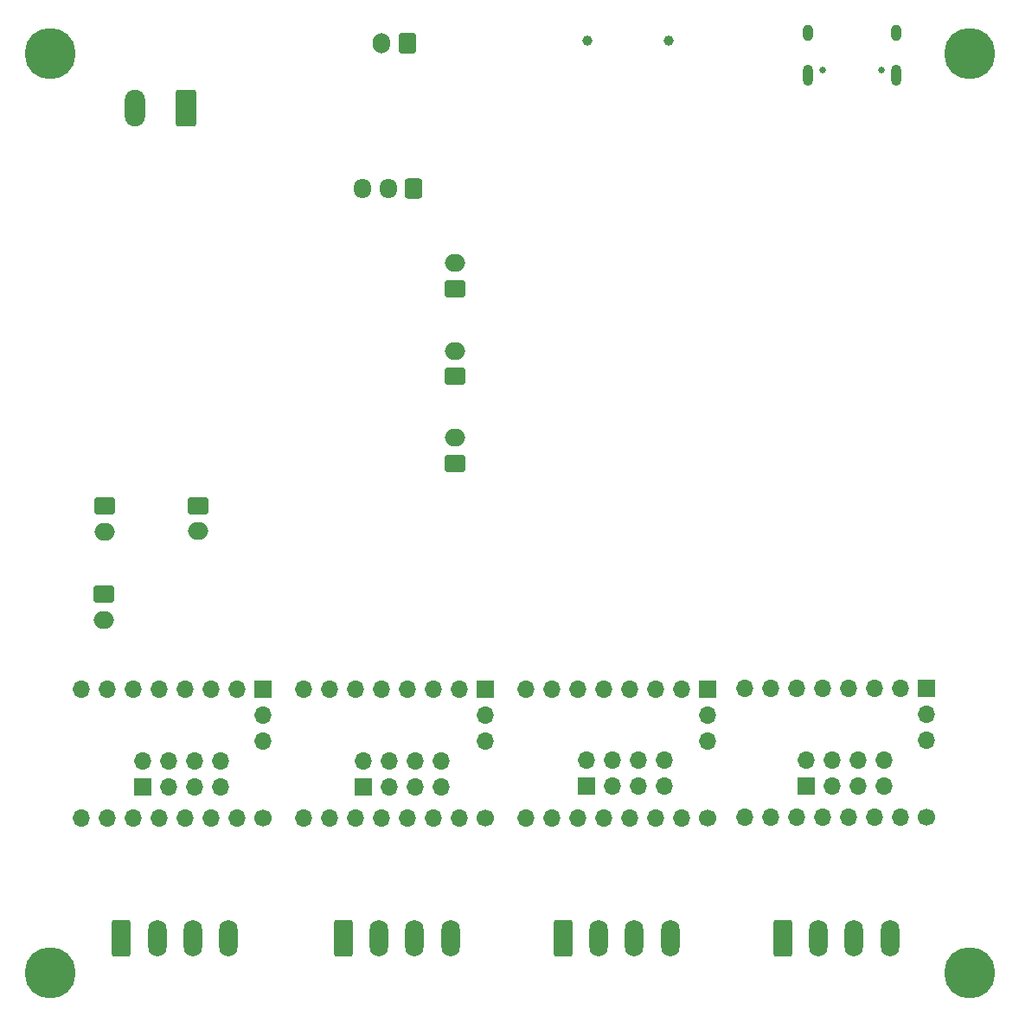
<source format=gbr>
%TF.GenerationSoftware,KiCad,Pcbnew,7.0.8*%
%TF.CreationDate,2023-11-01T12:09:58-04:00*%
%TF.ProjectId,ESP32_CNC,45535033-325f-4434-9e43-2e6b69636164,rev?*%
%TF.SameCoordinates,Original*%
%TF.FileFunction,Soldermask,Bot*%
%TF.FilePolarity,Negative*%
%FSLAX46Y46*%
G04 Gerber Fmt 4.6, Leading zero omitted, Abs format (unit mm)*
G04 Created by KiCad (PCBNEW 7.0.8) date 2023-11-01 12:09:58*
%MOMM*%
%LPD*%
G01*
G04 APERTURE LIST*
G04 Aperture macros list*
%AMRoundRect*
0 Rectangle with rounded corners*
0 $1 Rounding radius*
0 $2 $3 $4 $5 $6 $7 $8 $9 X,Y pos of 4 corners*
0 Add a 4 corners polygon primitive as box body*
4,1,4,$2,$3,$4,$5,$6,$7,$8,$9,$2,$3,0*
0 Add four circle primitives for the rounded corners*
1,1,$1+$1,$2,$3*
1,1,$1+$1,$4,$5*
1,1,$1+$1,$6,$7*
1,1,$1+$1,$8,$9*
0 Add four rect primitives between the rounded corners*
20,1,$1+$1,$2,$3,$4,$5,0*
20,1,$1+$1,$4,$5,$6,$7,0*
20,1,$1+$1,$6,$7,$8,$9,0*
20,1,$1+$1,$8,$9,$2,$3,0*%
G04 Aperture macros list end*
%ADD10RoundRect,0.250000X-0.750000X0.600000X-0.750000X-0.600000X0.750000X-0.600000X0.750000X0.600000X0*%
%ADD11O,2.000000X1.700000*%
%ADD12C,0.650000*%
%ADD13O,1.000000X2.100000*%
%ADD14O,1.000000X1.600000*%
%ADD15RoundRect,0.250000X0.750000X-0.600000X0.750000X0.600000X-0.750000X0.600000X-0.750000X-0.600000X0*%
%ADD16C,0.800000*%
%ADD17C,5.000000*%
%ADD18R,1.700000X1.700000*%
%ADD19O,1.700000X1.700000*%
%ADD20RoundRect,0.250000X-0.650000X-1.550000X0.650000X-1.550000X0.650000X1.550000X-0.650000X1.550000X0*%
%ADD21O,1.800000X3.600000*%
%ADD22RoundRect,0.250000X0.600000X0.750000X-0.600000X0.750000X-0.600000X-0.750000X0.600000X-0.750000X0*%
%ADD23O,1.700000X2.000000*%
%ADD24C,1.700000*%
%ADD25RoundRect,0.250000X0.600000X0.725000X-0.600000X0.725000X-0.600000X-0.725000X0.600000X-0.725000X0*%
%ADD26O,1.700000X1.950000*%
%ADD27C,0.999997*%
%ADD28RoundRect,0.250000X0.750000X1.550000X-0.750000X1.550000X-0.750000X-1.550000X0.750000X-1.550000X0*%
%ADD29O,2.000000X3.600000*%
G04 APERTURE END LIST*
D10*
%TO.C,J10*%
X105731800Y-95219200D03*
D11*
X105731800Y-97719200D03*
%TD*%
D12*
%TO.C,P1*%
X172640000Y-52605000D03*
X166860000Y-52605000D03*
D13*
X174070000Y-53105000D03*
D14*
X174070000Y-48925000D03*
D13*
X165430000Y-53105000D03*
D14*
X165430000Y-48925000D03*
%TD*%
D15*
%TO.C,J3*%
X130894600Y-73995600D03*
D11*
X130894600Y-71495600D03*
%TD*%
D16*
%TO.C,H2*%
X89325000Y-141000000D03*
X89874175Y-139674175D03*
X89874175Y-142325825D03*
X91200000Y-139125000D03*
D17*
X91200000Y-141000000D03*
D16*
X91200000Y-142875000D03*
X92525825Y-139674175D03*
X92525825Y-142325825D03*
X93075000Y-141000000D03*
%TD*%
D18*
%TO.C,J16*%
X121920000Y-122732800D03*
D19*
X121920000Y-120192800D03*
X124460000Y-122732800D03*
X124460000Y-120192800D03*
X127000000Y-122732800D03*
X127000000Y-120192800D03*
X129540000Y-122732800D03*
X129540000Y-120192800D03*
%TD*%
D10*
%TO.C,J11*%
X96486200Y-103906000D03*
D11*
X96486200Y-106406000D03*
%TD*%
D20*
%TO.C,J6*%
X119908400Y-137546900D03*
D21*
X123408400Y-137546900D03*
X126908400Y-137546900D03*
X130408400Y-137546900D03*
%TD*%
D22*
%TO.C,J2*%
X126198000Y-49936400D03*
D23*
X123698000Y-49936400D03*
%TD*%
D18*
%TO.C,U9*%
X176993400Y-113129400D03*
D19*
X174453400Y-113129400D03*
X171913400Y-113129400D03*
X169373400Y-113129400D03*
X166833400Y-113129400D03*
X164293400Y-113129400D03*
X161753400Y-113129400D03*
X159213400Y-113129400D03*
X159213400Y-125729400D03*
X161753400Y-125729400D03*
X164293400Y-125729400D03*
X166833400Y-125729400D03*
X169373400Y-125729400D03*
X171913400Y-125729400D03*
X174453400Y-125729400D03*
D24*
X176993400Y-125729400D03*
D19*
X176993400Y-118209400D03*
X176993400Y-115669400D03*
%TD*%
D20*
%TO.C,J8*%
X162908400Y-137546900D03*
D21*
X166408400Y-137546900D03*
X169908400Y-137546900D03*
X173408400Y-137546900D03*
%TD*%
D15*
%TO.C,J9*%
X130843800Y-91064400D03*
D11*
X130843800Y-88564400D03*
%TD*%
D15*
%TO.C,J4*%
X130843800Y-82580800D03*
D11*
X130843800Y-80080800D03*
%TD*%
D16*
%TO.C,H4*%
X179325000Y-51000000D03*
X179874175Y-49674175D03*
X179874175Y-52325825D03*
X181200000Y-49125000D03*
D17*
X181200000Y-51000000D03*
D16*
X181200000Y-52875000D03*
X182525825Y-49674175D03*
X182525825Y-52325825D03*
X183075000Y-51000000D03*
%TD*%
D20*
%TO.C,J5*%
X98208400Y-137546900D03*
D21*
X101708400Y-137546900D03*
X105208400Y-137546900D03*
X108708400Y-137546900D03*
%TD*%
D16*
%TO.C,H1*%
X89375000Y-51000000D03*
X89924175Y-49674175D03*
X89924175Y-52325825D03*
X91250000Y-49125000D03*
D17*
X91250000Y-51000000D03*
D16*
X91250000Y-52875000D03*
X92575825Y-49674175D03*
X92575825Y-52325825D03*
X93125000Y-51000000D03*
%TD*%
D18*
%TO.C,U6*%
X112053400Y-113179400D03*
D19*
X109513400Y-113179400D03*
X106973400Y-113179400D03*
X104433400Y-113179400D03*
X101893400Y-113179400D03*
X99353400Y-113179400D03*
X96813400Y-113179400D03*
X94273400Y-113179400D03*
X94273400Y-125779400D03*
X96813400Y-125779400D03*
X99353400Y-125779400D03*
X101893400Y-125779400D03*
X104433400Y-125779400D03*
X106973400Y-125779400D03*
X109513400Y-125779400D03*
D24*
X112053400Y-125779400D03*
D19*
X112053400Y-118259400D03*
X112053400Y-115719400D03*
%TD*%
D25*
%TO.C,J14*%
X126807600Y-64177400D03*
D26*
X124307600Y-64177400D03*
X121807600Y-64177400D03*
%TD*%
D27*
%TO.C,MICRO_SD1*%
X151753800Y-49719400D03*
X143778200Y-49719400D03*
%TD*%
D18*
%TO.C,J18*%
X165252400Y-122682000D03*
D19*
X165252400Y-120142000D03*
X167792400Y-122682000D03*
X167792400Y-120142000D03*
X170332400Y-122682000D03*
X170332400Y-120142000D03*
X172872400Y-122682000D03*
X172872400Y-120142000D03*
%TD*%
D18*
%TO.C,J15*%
X100330000Y-122732800D03*
D19*
X100330000Y-120192800D03*
X102870000Y-122732800D03*
X102870000Y-120192800D03*
X105410000Y-122732800D03*
X105410000Y-120192800D03*
X107950000Y-122732800D03*
X107950000Y-120192800D03*
%TD*%
D10*
%TO.C,J12*%
X96570800Y-95290000D03*
D11*
X96570800Y-97790000D03*
%TD*%
D16*
%TO.C,H3*%
X179325000Y-141000000D03*
X179874175Y-139674175D03*
X179874175Y-142325825D03*
X181200000Y-139125000D03*
D17*
X181200000Y-141000000D03*
D16*
X181200000Y-142875000D03*
X182525825Y-139674175D03*
X182525825Y-142325825D03*
X183075000Y-141000000D03*
%TD*%
D28*
%TO.C,J1*%
X104562500Y-56277500D03*
D29*
X99562500Y-56277500D03*
%TD*%
D20*
%TO.C,J7*%
X141408400Y-137546900D03*
D21*
X144908400Y-137546900D03*
X148408400Y-137546900D03*
X151908400Y-137546900D03*
%TD*%
D18*
%TO.C,J17*%
X143764000Y-122682000D03*
D19*
X143764000Y-120142000D03*
X146304000Y-122682000D03*
X146304000Y-120142000D03*
X148844000Y-122682000D03*
X148844000Y-120142000D03*
X151384000Y-122682000D03*
X151384000Y-120142000D03*
%TD*%
D18*
%TO.C,U7*%
X133803400Y-113179400D03*
D19*
X131263400Y-113179400D03*
X128723400Y-113179400D03*
X126183400Y-113179400D03*
X123643400Y-113179400D03*
X121103400Y-113179400D03*
X118563400Y-113179400D03*
X116023400Y-113179400D03*
X116023400Y-125779400D03*
X118563400Y-125779400D03*
X121103400Y-125779400D03*
X123643400Y-125779400D03*
X126183400Y-125779400D03*
X128723400Y-125779400D03*
X131263400Y-125779400D03*
D24*
X133803400Y-125779400D03*
D19*
X133803400Y-118259400D03*
X133803400Y-115719400D03*
%TD*%
D18*
%TO.C,U8*%
X155553400Y-113179400D03*
D19*
X153013400Y-113179400D03*
X150473400Y-113179400D03*
X147933400Y-113179400D03*
X145393400Y-113179400D03*
X142853400Y-113179400D03*
X140313400Y-113179400D03*
X137773400Y-113179400D03*
X137773400Y-125779400D03*
X140313400Y-125779400D03*
X142853400Y-125779400D03*
X145393400Y-125779400D03*
X147933400Y-125779400D03*
X150473400Y-125779400D03*
X153013400Y-125779400D03*
D24*
X155553400Y-125779400D03*
D19*
X155553400Y-118259400D03*
X155553400Y-115719400D03*
%TD*%
M02*

</source>
